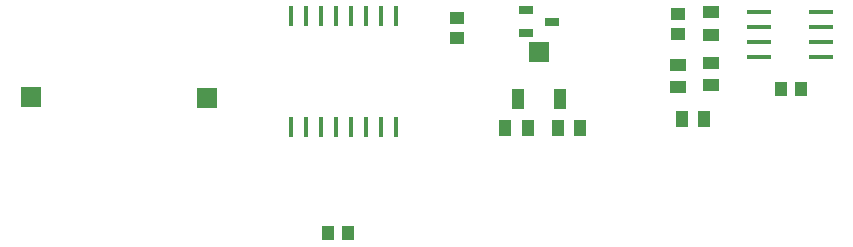
<source format=gbr>
G04 DipTrace 3.0.0.1*
G04 BottomPaste.gbr*
%MOIN*%
G04 #@! TF.FileFunction,Paste,Bot*
G04 #@! TF.Part,Single*
%ADD69R,0.015748X0.070866*%
%ADD73R,0.047244X0.031496*%
%ADD81R,0.043307X0.070866*%
%ADD83R,0.055118X0.043307*%
%ADD85R,0.043307X0.055118*%
%ADD87R,0.070866X0.070866*%
%ADD95R,0.07874X0.015748*%
%ADD109R,0.051181X0.043307*%
%ADD111R,0.043307X0.051181*%
%FSLAX26Y26*%
G04*
G70*
G90*
G75*
G01*
G04 BotPaste*
%LPD*%
D111*
X2319194Y1162370D3*
X2252265D3*
D109*
X3419079Y1893543D3*
Y1826614D3*
X2681656Y1881045D3*
Y1814115D3*
D111*
X3831210Y1643892D3*
X3764281D3*
D95*
X3896072Y1900143D3*
Y1850143D3*
Y1800143D3*
Y1750143D3*
X3691348D3*
Y1800143D3*
Y1850143D3*
Y1900143D3*
D87*
X1263055Y1618572D3*
X1850493Y1612323D3*
D83*
X3531210Y1900045D3*
Y1825241D3*
D81*
X3027076Y1608902D3*
D87*
X2956210Y1766382D3*
D81*
X2885344Y1608902D3*
D83*
X3531567Y1731060D3*
Y1656257D3*
X3419079Y1649819D3*
Y1724622D3*
D85*
X3506570Y1543580D3*
X3431766D3*
X3018808Y1512643D3*
X3093612D3*
X2843808D3*
X2918612D3*
D73*
X2912882Y1831050D3*
Y1905853D3*
X2999496Y1868451D3*
D69*
X2131210Y1887642D3*
X2181210D3*
X2231210D3*
X2281210D3*
X2331210D3*
X2381210D3*
X2431210D3*
X2481210D3*
Y1517563D3*
X2431210D3*
X2381210D3*
X2331210D3*
X2281210D3*
X2231210D3*
X2181210D3*
X2131210D3*
M02*

</source>
